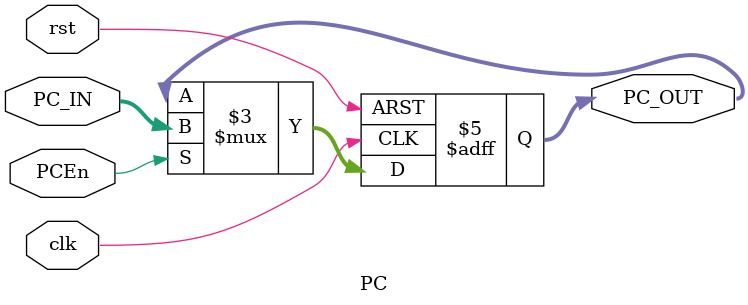
<source format=v>
module PC #(parameter DataWidth =32) (
    input wire [DataWidth-1:0] PC_IN,
    input wire                 PCEn,
    input wire        clk ,
    input wire        rst ,
    output reg [DataWidth-1:0] PC_OUT
);

always @(posedge clk or negedge rst) begin
    if (!rst) begin
        PC_OUT<='b0;
    end
    else if (PCEn) begin
        PC_OUT<=PC_IN;
    end
    
end
    
endmodule
</source>
